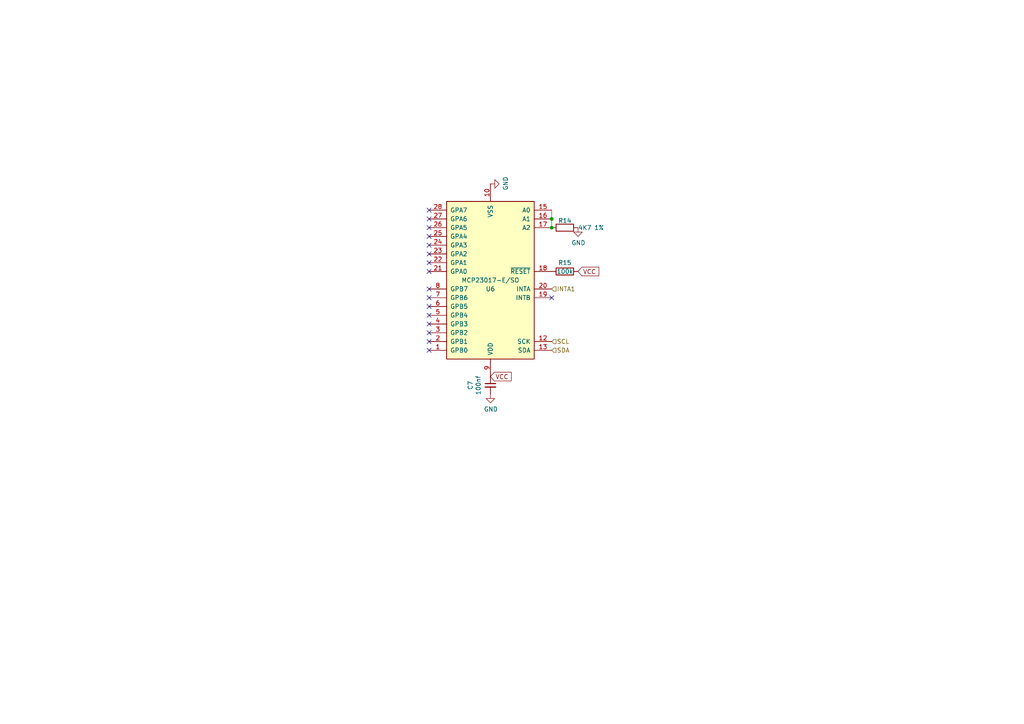
<source format=kicad_sch>
(kicad_sch (version 20211123) (generator eeschema)
  (paper "A4")
  (lib_symbols
    (symbol "Device:C_Small" (pin_numbers hide) (pin_names (offset 0.254) hide)
      (property "Reference" "C" (at 0.254 1.778 0))
      (property "Value" "C_Small" (at 0.254 -2.032 0))
      (symbol "C_Small_0_1"
        (polyline (pts (xy -1.524 -0.508) (xy 1.524 -0.508)) (stroke (width 0.3302)))
        (polyline (pts (xy -1.524 0.508) (xy 1.524 0.508)) (stroke (width 0.3048)))
      )
      (symbol "C_Small_1_1"
        (pin passive line (at 0 2.54 270) (length 2.032) (name "~") (number "1"))
        (pin passive line (at 0 -2.54 90) (length 2.032) (name "~") (number "2"))
      )
    )
    (symbol "Device:R" (pin_numbers hide) (pin_names (offset 0))
      (property "Reference" "R" (at 2.032 0 90))
      (property "Value" "R" (at 0 0 90))
      (symbol "R_0_1"
        (rectangle (start -1.016 -2.54) (end 1.016 2.54) (stroke (width 0.254)))
      )
      (symbol "R_1_1"
        (pin passive line (at 0 3.81 270) (length 1.27) (name "~") (number "1"))
        (pin passive line (at 0 -3.81 90) (length 1.27) (name "~") (number "2"))
      )
    )
    (symbol "Interface_Expansion:MCP23017_SO" (pin_names (offset 1.016))
      (property "Reference" "U" (at -11.43 24.13 0))
      (property "Value" "MCP23017_SO" (at 0 0 0))
      (symbol "MCP23017_SO_0_1"
        (rectangle (start -12.7 22.86) (end 12.7 -22.86) (stroke (width 0.254)) (fill (type background)))
      )
      (symbol "MCP23017_SO_1_1"
        (pin bidirectional line (at 17.78 20.32 180) (length 5.08) (name "GPB0") (number "1"))
        (pin power_in line (at 0 -27.94 90) (length 5.08) (name "VSS") (number "10"))
        (pin no_connect line (at -12.7 15.24 0) (length 5.08) hide (name "NC") (number "11"))
        (pin input line (at -17.78 17.78 0) (length 5.08) (name "SCK") (number "12"))
        (pin bidirectional line (at -17.78 20.32 0) (length 5.08) (name "SDA") (number "13"))
        (pin no_connect line (at -12.7 12.7 0) (length 5.08) hide (name "NC") (number "14"))
        (pin input line (at -17.78 -20.32 0) (length 5.08) (name "A0") (number "15"))
        (pin input line (at -17.78 -17.78 0) (length 5.08) (name "A1") (number "16"))
        (pin input line (at -17.78 -15.24 0) (length 5.08) (name "A2") (number "17"))
        (pin input line (at -17.78 -2.54 0) (length 5.08) (name "~{RESET}") (number "18"))
        (pin tri_state line (at -17.78 5.08 0) (length 5.08) (name "INTB") (number "19"))
        (pin bidirectional line (at 17.78 17.78 180) (length 5.08) (name "GPB1") (number "2"))
        (pin tri_state line (at -17.78 2.54 0) (length 5.08) (name "INTA") (number "20"))
        (pin bidirectional line (at 17.78 -2.54 180) (length 5.08) (name "GPA0") (number "21"))
        (pin bidirectional line (at 17.78 -5.08 180) (length 5.08) (name "GPA1") (number "22"))
        (pin bidirectional line (at 17.78 -7.62 180) (length 5.08) (name "GPA2") (number "23"))
        (pin bidirectional line (at 17.78 -10.16 180) (length 5.08) (name "GPA3") (number "24"))
        (pin bidirectional line (at 17.78 -12.7 180) (length 5.08) (name "GPA4") (number "25"))
        (pin bidirectional line (at 17.78 -15.24 180) (length 5.08) (name "GPA5") (number "26"))
        (pin bidirectional line (at 17.78 -17.78 180) (length 5.08) (name "GPA6") (number "27"))
        (pin bidirectional line (at 17.78 -20.32 180) (length 5.08) (name "GPA7") (number "28"))
        (pin bidirectional line (at 17.78 15.24 180) (length 5.08) (name "GPB2") (number "3"))
        (pin bidirectional line (at 17.78 12.7 180) (length 5.08) (name "GPB3") (number "4"))
        (pin bidirectional line (at 17.78 10.16 180) (length 5.08) (name "GPB4") (number "5"))
        (pin bidirectional line (at 17.78 7.62 180) (length 5.08) (name "GPB5") (number "6"))
        (pin bidirectional line (at 17.78 5.08 180) (length 5.08) (name "GPB6") (number "7"))
        (pin bidirectional line (at 17.78 2.54 180) (length 5.08) (name "GPB7") (number "8"))
        (pin power_in line (at 0 27.94 270) (length 5.08) (name "VDD") (number "9"))
      )
    )
    (symbol "R_1" (pin_numbers hide) (pin_names (offset 0) hide)
      (property "Reference" "R" (at 2.032 0 90))
      (property "Value" "R_1" (at 0 0 90))
      (symbol "R_1_0_1"
        (rectangle (start -1.016 -2.54) (end 1.016 2.54) (stroke (width 0.254)))
      )
      (symbol "R_1_1_1"
        (pin passive line (at 0 3.81 270) (length 1.27) (name "~") (number "1"))
        (pin passive line (at 0 -3.81 90) (length 1.27) (name "~") (number "2"))
      )
    )
    (symbol "power:GND" (power) (pin_names (offset 0))
      (property "Value" "GND" (at 0 -3.81 0))
      (symbol "GND_0_1"
        (polyline (pts (xy 0 0) (xy 0 -1.27) (xy 1.27 -1.27) (xy 0 -2.54) (xy -1.27 -1.27) (xy 0 -1.27)))
      )
      (symbol "GND_1_1"
        (pin power_in line (at 0 0 270) (length 0) hide (name "GND") (number "1"))
      )
    )
  )
  (junction (at 160.02 66.04))
  (junction (at 160.02 63.5))
  (no_connect (at 124.46 73.66))
  (no_connect (at 124.46 68.58))
  (no_connect (at 124.46 71.12))
  (no_connect (at 124.46 66.04))
  (no_connect (at 124.46 63.5))
  (no_connect (at 124.46 78.74))
  (no_connect (at 124.46 76.2))
  (no_connect (at 160.02 86.36))
  (no_connect (at 124.46 60.96))
  (no_connect (at 124.46 96.52))
  (no_connect (at 124.46 93.98))
  (no_connect (at 124.46 101.6))
  (no_connect (at 124.46 99.06))
  (no_connect (at 124.46 83.82))
  (no_connect (at 124.46 88.9))
  (no_connect (at 124.46 91.44))
  (no_connect (at 124.46 86.36))
  (wire (pts (xy 160.02 63.5) (xy 160.02 66.04)))
  (wire (pts (xy 160.02 60.96) (xy 160.02 63.5)))
  (global_label "VCC" (shape input) (at 167.64 78.74 0) (property "Intersheet References" "${INTERSHEET_REFS}" (effects hide)))
  (global_label "VCC" (shape input) (at 142.24 109.22 0) (property "Intersheet References" "${INTERSHEET_REFS}" (effects hide)))
  (hierarchical_label "INTA1" (shape input) (at 160.02 83.82 0))
  (hierarchical_label "SCL" (shape input) (at 160.02 99.06 0))
  (hierarchical_label "SDA" (shape input) (at 160.02 101.6 0))
  (symbol (lib_id "power:GND") (at 167.64 66.04 0) (unit 1)
    (property "Reference" "#PWR?" (effects hide))
    (property "Value" "GND" (at 167.767 70.4342 0))
  )
  (symbol (lib_id "power:GND") (at 142.24 114.3 0) (unit 1)
    (property "Reference" "#PWR?" (effects hide))
    (property "Value" "GND" (at 142.367 118.6942 0))
  )
  (symbol (lib_id "Interface_Expansion:MCP23017_SO") (at 142.24 81.28 180) (unit 1) (in_bom no)
    (property "Reference" "U6" (at 142.24 83.82 0))
    (property "Value" "MCP23017-E/SO" (at 142.24 81.28 0))
    (property "Footprint" "Package_SO:SOIC-28W_7.5x18.7mm_P1.27mm" (effects hide))
    (property "Datasheet" "https://datasheet.lcsc.com/szlcsc/Microchip-Tech-MCP23017-E-SO_C47023.pdf" (effects hide))
    (property "LCSC" "C47023" (effects hide))
  )
  (symbol (lib_id "power:GND") (at 142.24 53.34 90) (unit 1)
    (property "Reference" "#PWR?" (effects hide))
    (property "Value" "GND" (at 146.6342 53.213 0))
  )
  (symbol (lib_name "R_1") (lib_id "Device:R") (at 163.83 78.74 270) (unit 1) (in_bom no)
    (property "Reference" "R15" (at 163.83 76.2 90))
    (property "Value" "100k" (at 163.83 78.74 90))
    (property "Footprint" "Resistor_SMD:R_0402_1005Metric" (effects hide))
    (property "LCSC" "C25741" (effects hide))
  )
  (symbol (lib_id "Device:R") (at 163.83 66.04 90) (unit 1) (in_bom no)
    (property "Reference" "R14" (at 163.83 64.008 90))
    (property "Value" "4K7 1%" (at 171.45 66.04 90))
    (property "Footprint" "Resistor_SMD:R_0402_1005Metric" (effects hide))
    (property "LCSC" "C25900" (effects hide))
  )
  (symbol (lib_id "Device:C_Small") (at 142.24 111.76 0) (unit 1) (in_bom no)
    (property "Reference" "C7" (at 136.4234 111.76 90))
    (property "Value" "100nf" (at 138.7348 111.76 90))
    (property "Footprint" "Capacitor_SMD:C_0402_1005Metric" (effects hide))
    (property "Datasheet" "https://datasheet.lcsc.com/szlcsc/Samsung-Electro-Mechanics-CL05B104KO5NNNC_C1525.pdf" (effects hide))
    (property "LCSC" "C1525" (effects hide))
  )
)
</source>
